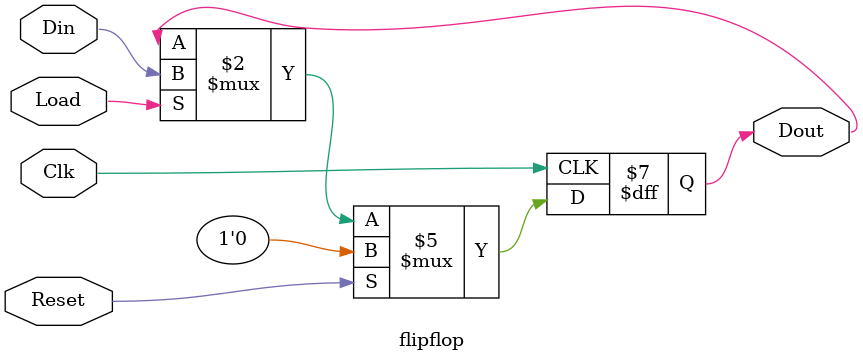
<source format=sv>
module reg_16
(
input Clk, Reset,
input logic [15:0] Din,
input Load,
output logic [15:0] Dout
);

always_ff @ (posedge Clk)
begin
	if(Reset)
		Dout <= 16'h0000;
	else if(Load)
		Dout <= Din;
end
	
endmodule

module reg_3
(
input Clk, Reset,
input logic [2:0] Din,
input Load,
output logic [2:0] Dout
);

always_ff @ (posedge Clk)
begin
	if(Reset)
		Dout <= 3'b000;
	else if(Load)
		Dout <= Din;
end

endmodule

module flipflop
(
input Clk, Reset, Load,
input logic Din,
output logic Dout
);

always_ff @ (posedge Clk)
begin
	if(Reset)
		Dout <= 1'b0;
	else if(Load)
		Dout <= Din;
end

endmodule




</source>
